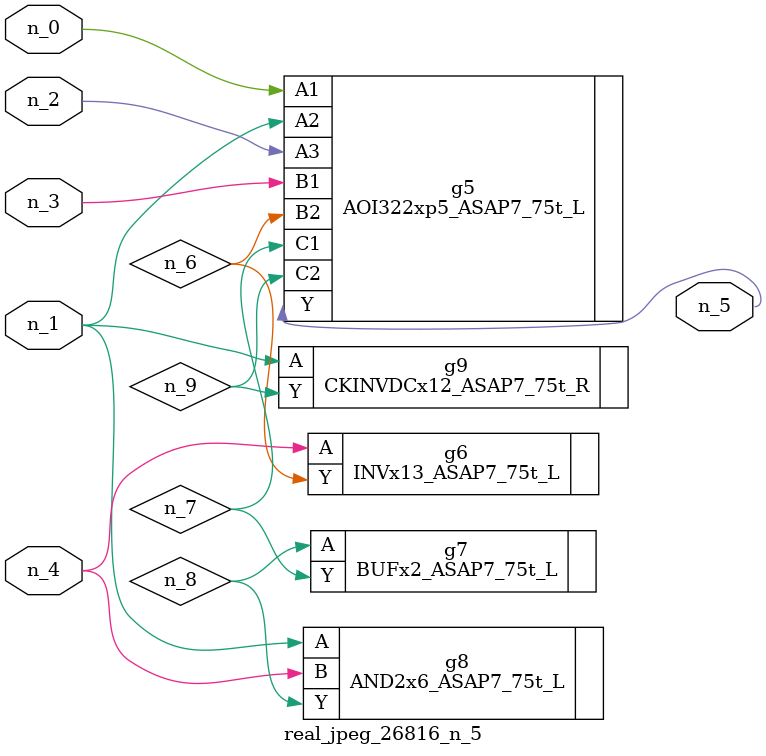
<source format=v>
module real_jpeg_26816_n_5 (n_4, n_0, n_1, n_2, n_3, n_5);

input n_4;
input n_0;
input n_1;
input n_2;
input n_3;

output n_5;

wire n_8;
wire n_6;
wire n_7;
wire n_9;

AOI322xp5_ASAP7_75t_L g5 ( 
.A1(n_0),
.A2(n_1),
.A3(n_2),
.B1(n_3),
.B2(n_6),
.C1(n_7),
.C2(n_9),
.Y(n_5)
);

AND2x6_ASAP7_75t_L g8 ( 
.A(n_1),
.B(n_4),
.Y(n_8)
);

CKINVDCx12_ASAP7_75t_R g9 ( 
.A(n_1),
.Y(n_9)
);

INVx13_ASAP7_75t_L g6 ( 
.A(n_4),
.Y(n_6)
);

BUFx2_ASAP7_75t_L g7 ( 
.A(n_8),
.Y(n_7)
);


endmodule
</source>
